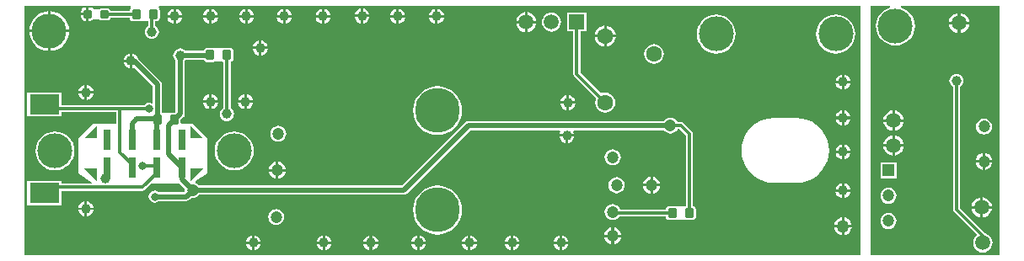
<source format=gtl>
G04 Layer_Physical_Order=1*
G04 Layer_Color=255*
%FSLAX42Y42*%
%MOMM*%
G71*
G01*
G75*
G04:AMPARAMS|DCode=10|XSize=1mm|YSize=0.9mm|CornerRadius=0.11mm|HoleSize=0mm|Usage=FLASHONLY|Rotation=90.000|XOffset=0mm|YOffset=0mm|HoleType=Round|Shape=RoundedRectangle|*
%AMROUNDEDRECTD10*
21,1,1.00,0.68,0,0,90.0*
21,1,0.78,0.90,0,0,90.0*
1,1,0.23,0.34,0.39*
1,1,0.23,0.34,-0.39*
1,1,0.23,-0.34,-0.39*
1,1,0.23,-0.34,0.39*
%
%ADD10ROUNDEDRECTD10*%
%ADD11R,3.00X2.00*%
%ADD12R,0.80X2.00*%
G04:AMPARAMS|DCode=13|XSize=0.8mm|YSize=0.8mm|CornerRadius=0.1mm|HoleSize=0mm|Usage=FLASHONLY|Rotation=180.000|XOffset=0mm|YOffset=0mm|HoleType=Round|Shape=RoundedRectangle|*
%AMROUNDEDRECTD13*
21,1,0.80,0.60,0,0,180.0*
21,1,0.60,0.80,0,0,180.0*
1,1,0.20,-0.30,0.30*
1,1,0.20,0.30,0.30*
1,1,0.20,0.30,-0.30*
1,1,0.20,-0.30,-0.30*
%
%ADD13ROUNDEDRECTD13*%
%ADD14C,0.30*%
%ADD15C,0.50*%
%ADD16C,1.20*%
%ADD17C,4.50*%
%ADD18C,3.50*%
%ADD19C,1.60*%
%ADD20C,1.50*%
%ADD21R,1.50X1.50*%
%ADD22R,1.20X1.20*%
%ADD23C,1.52*%
%ADD24C,1.00*%
%ADD25C,1.27*%
%ADD26C,0.80*%
G36*
X8450Y160D02*
Y50D01*
X8300Y50D01*
X50D01*
Y2550D01*
X1119D01*
X1120Y2548D01*
X1119Y2531D01*
X1112Y2521D01*
X1109Y2509D01*
Y2506D01*
X914D01*
X913Y2512D01*
X907Y2522D01*
X897Y2528D01*
X885Y2531D01*
X825D01*
X813Y2528D01*
X803Y2522D01*
X802Y2520D01*
X744D01*
X741Y2526D01*
X729Y2533D01*
X715Y2536D01*
X698D01*
Y2470D01*
Y2404D01*
X715D01*
X729Y2407D01*
X741Y2414D01*
X744Y2420D01*
X802D01*
X803Y2418D01*
X813Y2412D01*
X825Y2409D01*
X885D01*
X897Y2412D01*
X907Y2418D01*
X913Y2428D01*
X914Y2434D01*
X1109D01*
Y2431D01*
X1112Y2419D01*
X1119Y2409D01*
X1129Y2402D01*
X1141Y2399D01*
X1209D01*
X1219Y2401D01*
X1220Y2400D01*
X1294D01*
Y2351D01*
X1280Y2340D01*
X1269Y2325D01*
X1262Y2308D01*
X1259Y2290D01*
X1262Y2272D01*
X1269Y2255D01*
X1280Y2240D01*
X1295Y2229D01*
X1312Y2222D01*
X1330Y2219D01*
X1348Y2222D01*
X1365Y2229D01*
X1380Y2240D01*
X1391Y2255D01*
X1398Y2272D01*
X1401Y2290D01*
X1398Y2308D01*
X1391Y2325D01*
X1380Y2340D01*
X1366Y2351D01*
Y2399D01*
X1379D01*
X1391Y2402D01*
X1401Y2409D01*
X1408Y2419D01*
X1411Y2431D01*
Y2509D01*
X1408Y2521D01*
X1401Y2531D01*
X1400Y2548D01*
X1401Y2550D01*
X8450Y2550D01*
X8450Y160D01*
D02*
G37*
G36*
X9850Y50D02*
X8550D01*
Y2550D01*
X8744D01*
X8746Y2537D01*
X8725Y2531D01*
X8691Y2513D01*
X8661Y2489D01*
X8637Y2459D01*
X8619Y2425D01*
X8608Y2388D01*
X8604Y2350D01*
X8608Y2312D01*
X8619Y2275D01*
X8637Y2241D01*
X8661Y2211D01*
X8691Y2187D01*
X8725Y2169D01*
X8762Y2158D01*
X8800Y2154D01*
X8838Y2158D01*
X8875Y2169D01*
X8909Y2187D01*
X8939Y2211D01*
X8963Y2241D01*
X8981Y2275D01*
X8992Y2312D01*
X8996Y2350D01*
X8992Y2388D01*
X8981Y2425D01*
X8963Y2459D01*
X8939Y2489D01*
X8909Y2513D01*
X8875Y2531D01*
X8854Y2537D01*
X8856Y2550D01*
X9850D01*
Y50D01*
D02*
G37*
%LPC*%
G36*
X672Y2536D02*
X655D01*
X641Y2533D01*
X629Y2526D01*
X622Y2514D01*
X619Y2500D01*
Y2483D01*
X672D01*
Y2536D01*
D02*
G37*
G36*
X3455Y2527D02*
Y2465D01*
X3517D01*
X3516Y2472D01*
X3509Y2491D01*
X3496Y2506D01*
X3481Y2519D01*
X3462Y2526D01*
X3455Y2527D01*
D02*
G37*
G36*
X3430D02*
X3423Y2526D01*
X3405Y2519D01*
X3389Y2506D01*
X3377Y2491D01*
X3369Y2472D01*
X3368Y2465D01*
X3430D01*
Y2527D01*
D02*
G37*
G36*
X4203Y2524D02*
Y2463D01*
X4264D01*
X4263Y2470D01*
X4256Y2488D01*
X4244Y2504D01*
X4228Y2516D01*
X4210Y2523D01*
X4203Y2524D01*
D02*
G37*
G36*
X4177D02*
X4170Y2523D01*
X4152Y2516D01*
X4136Y2504D01*
X4124Y2488D01*
X4117Y2470D01*
X4116Y2463D01*
X4177D01*
Y2524D01*
D02*
G37*
G36*
X3813D02*
Y2463D01*
X3874D01*
X3873Y2470D01*
X3866Y2488D01*
X3854Y2504D01*
X3838Y2516D01*
X3820Y2523D01*
X3813Y2524D01*
D02*
G37*
G36*
X3787D02*
X3780Y2523D01*
X3762Y2516D01*
X3746Y2504D01*
X3734Y2488D01*
X3727Y2470D01*
X3726Y2463D01*
X3787D01*
Y2524D01*
D02*
G37*
G36*
X3063D02*
Y2463D01*
X3124D01*
X3123Y2470D01*
X3116Y2488D01*
X3104Y2504D01*
X3088Y2516D01*
X3070Y2523D01*
X3063Y2524D01*
D02*
G37*
G36*
X3037D02*
X3030Y2523D01*
X3012Y2516D01*
X2996Y2504D01*
X2984Y2488D01*
X2977Y2470D01*
X2976Y2463D01*
X3037D01*
Y2524D01*
D02*
G37*
G36*
X2673D02*
Y2463D01*
X2734D01*
X2733Y2470D01*
X2726Y2488D01*
X2714Y2504D01*
X2698Y2516D01*
X2680Y2523D01*
X2673Y2524D01*
D02*
G37*
G36*
X2647D02*
X2640Y2523D01*
X2622Y2516D01*
X2606Y2504D01*
X2594Y2488D01*
X2587Y2470D01*
X2586Y2463D01*
X2647D01*
Y2524D01*
D02*
G37*
G36*
X2293D02*
Y2463D01*
X2354D01*
X2353Y2470D01*
X2346Y2488D01*
X2334Y2504D01*
X2318Y2516D01*
X2300Y2523D01*
X2293Y2524D01*
D02*
G37*
G36*
X2267D02*
X2260Y2523D01*
X2242Y2516D01*
X2226Y2504D01*
X2214Y2488D01*
X2207Y2470D01*
X2206Y2463D01*
X2267D01*
Y2524D01*
D02*
G37*
G36*
X1933D02*
Y2463D01*
X1994D01*
X1993Y2470D01*
X1986Y2488D01*
X1974Y2504D01*
X1958Y2516D01*
X1940Y2523D01*
X1933Y2524D01*
D02*
G37*
G36*
X1907D02*
X1900Y2523D01*
X1882Y2516D01*
X1866Y2504D01*
X1854Y2488D01*
X1847Y2470D01*
X1846Y2463D01*
X1907D01*
Y2524D01*
D02*
G37*
G36*
X1573D02*
Y2463D01*
X1634D01*
X1633Y2470D01*
X1626Y2488D01*
X1614Y2504D01*
X1598Y2516D01*
X1580Y2523D01*
X1573Y2524D01*
D02*
G37*
G36*
X1547D02*
X1540Y2523D01*
X1522Y2516D01*
X1506Y2504D01*
X1494Y2488D01*
X1487Y2470D01*
X1486Y2463D01*
X1547D01*
Y2524D01*
D02*
G37*
G36*
X672Y2457D02*
X619D01*
Y2440D01*
X622Y2426D01*
X629Y2414D01*
X641Y2407D01*
X655Y2404D01*
X672D01*
Y2457D01*
D02*
G37*
G36*
X5105Y2490D02*
Y2403D01*
X5192D01*
X5190Y2416D01*
X5180Y2441D01*
X5164Y2462D01*
X5143Y2478D01*
X5118Y2488D01*
X5105Y2490D01*
D02*
G37*
G36*
X5079Y2490D02*
X5066Y2488D01*
X5041Y2478D01*
X5020Y2462D01*
X5004Y2441D01*
X4994Y2416D01*
X4992Y2403D01*
X5079D01*
Y2490D01*
D02*
G37*
G36*
X3517Y2440D02*
X3455D01*
Y2378D01*
X3462Y2379D01*
X3481Y2387D01*
X3496Y2399D01*
X3509Y2415D01*
X3516Y2433D01*
X3517Y2440D01*
D02*
G37*
G36*
X3430D02*
X3368D01*
X3369Y2433D01*
X3377Y2415D01*
X3389Y2399D01*
X3405Y2387D01*
X3423Y2379D01*
X3430Y2378D01*
Y2440D01*
D02*
G37*
G36*
X4264Y2437D02*
X4203D01*
Y2376D01*
X4210Y2377D01*
X4228Y2384D01*
X4244Y2396D01*
X4256Y2412D01*
X4263Y2430D01*
X4264Y2437D01*
D02*
G37*
G36*
X4177D02*
X4116D01*
X4117Y2430D01*
X4124Y2412D01*
X4136Y2396D01*
X4152Y2384D01*
X4170Y2377D01*
X4177Y2376D01*
Y2437D01*
D02*
G37*
G36*
X3874D02*
X3813D01*
Y2376D01*
X3820Y2377D01*
X3838Y2384D01*
X3854Y2396D01*
X3866Y2412D01*
X3873Y2430D01*
X3874Y2437D01*
D02*
G37*
G36*
X3787D02*
X3726D01*
X3727Y2430D01*
X3734Y2412D01*
X3746Y2396D01*
X3762Y2384D01*
X3780Y2377D01*
X3787Y2376D01*
Y2437D01*
D02*
G37*
G36*
X3124D02*
X3063D01*
Y2376D01*
X3070Y2377D01*
X3088Y2384D01*
X3104Y2396D01*
X3116Y2412D01*
X3123Y2430D01*
X3124Y2437D01*
D02*
G37*
G36*
X3037D02*
X2976D01*
X2977Y2430D01*
X2984Y2412D01*
X2996Y2396D01*
X3012Y2384D01*
X3030Y2377D01*
X3037Y2376D01*
Y2437D01*
D02*
G37*
G36*
X2734D02*
X2673D01*
Y2376D01*
X2680Y2377D01*
X2698Y2384D01*
X2714Y2396D01*
X2726Y2412D01*
X2733Y2430D01*
X2734Y2437D01*
D02*
G37*
G36*
X2647D02*
X2586D01*
X2587Y2430D01*
X2594Y2412D01*
X2606Y2396D01*
X2622Y2384D01*
X2640Y2377D01*
X2647Y2376D01*
Y2437D01*
D02*
G37*
G36*
X2354D02*
X2293D01*
Y2376D01*
X2300Y2377D01*
X2318Y2384D01*
X2334Y2396D01*
X2346Y2412D01*
X2353Y2430D01*
X2354Y2437D01*
D02*
G37*
G36*
X2267D02*
X2206D01*
X2207Y2430D01*
X2214Y2412D01*
X2226Y2396D01*
X2242Y2384D01*
X2260Y2377D01*
X2267Y2376D01*
Y2437D01*
D02*
G37*
G36*
X1994D02*
X1933D01*
Y2376D01*
X1940Y2377D01*
X1958Y2384D01*
X1974Y2396D01*
X1986Y2412D01*
X1993Y2430D01*
X1994Y2437D01*
D02*
G37*
G36*
X1907D02*
X1846D01*
X1847Y2430D01*
X1854Y2412D01*
X1866Y2396D01*
X1882Y2384D01*
X1900Y2377D01*
X1907Y2376D01*
Y2437D01*
D02*
G37*
G36*
X1634D02*
X1573D01*
Y2376D01*
X1580Y2377D01*
X1598Y2384D01*
X1614Y2396D01*
X1626Y2412D01*
X1633Y2430D01*
X1634Y2437D01*
D02*
G37*
G36*
X1547D02*
X1486D01*
X1487Y2430D01*
X1494Y2412D01*
X1506Y2396D01*
X1522Y2384D01*
X1540Y2377D01*
X1547Y2376D01*
Y2437D01*
D02*
G37*
G36*
X313Y2500D02*
Y2313D01*
X500D01*
X498Y2339D01*
X486Y2377D01*
X467Y2412D01*
X442Y2442D01*
X412Y2467D01*
X377Y2486D01*
X339Y2497D01*
X313Y2500D01*
D02*
G37*
G36*
X287D02*
X261Y2497D01*
X223Y2486D01*
X188Y2467D01*
X158Y2442D01*
X133Y2412D01*
X114Y2377D01*
X103Y2339D01*
X100Y2313D01*
X287D01*
Y2500D01*
D02*
G37*
G36*
X5346Y2486D02*
X5321Y2483D01*
X5298Y2473D01*
X5278Y2458D01*
X5263Y2438D01*
X5253Y2415D01*
X5250Y2390D01*
X5253Y2365D01*
X5263Y2342D01*
X5278Y2322D01*
X5298Y2307D01*
X5321Y2297D01*
X5346Y2294D01*
X5371Y2297D01*
X5394Y2307D01*
X5414Y2322D01*
X5429Y2342D01*
X5439Y2365D01*
X5442Y2390D01*
X5439Y2415D01*
X5429Y2438D01*
X5414Y2458D01*
X5394Y2473D01*
X5371Y2483D01*
X5346Y2486D01*
D02*
G37*
G36*
X5192Y2377D02*
X5105D01*
Y2290D01*
X5118Y2292D01*
X5143Y2302D01*
X5164Y2318D01*
X5180Y2339D01*
X5190Y2364D01*
X5192Y2377D01*
D02*
G37*
G36*
X5079D02*
X4992D01*
X4994Y2364D01*
X5004Y2339D01*
X5020Y2318D01*
X5041Y2302D01*
X5066Y2292D01*
X5079Y2290D01*
Y2377D01*
D02*
G37*
G36*
X5898Y2355D02*
Y2263D01*
X5990D01*
X5988Y2278D01*
X5977Y2303D01*
X5960Y2325D01*
X5938Y2342D01*
X5913Y2353D01*
X5898Y2355D01*
D02*
G37*
G36*
X5872Y2355D02*
X5857Y2353D01*
X5832Y2342D01*
X5810Y2325D01*
X5793Y2303D01*
X5782Y2278D01*
X5780Y2263D01*
X5872D01*
Y2355D01*
D02*
G37*
G36*
Y2237D02*
X5780D01*
X5782Y2222D01*
X5793Y2197D01*
X5810Y2175D01*
X5832Y2158D01*
X5857Y2147D01*
X5872Y2145D01*
Y2237D01*
D02*
G37*
G36*
X5990D02*
X5898D01*
Y2145D01*
X5913Y2147D01*
X5938Y2158D01*
X5960Y2175D01*
X5977Y2197D01*
X5988Y2222D01*
X5990Y2237D01*
D02*
G37*
G36*
X2433Y2204D02*
Y2143D01*
X2494D01*
X2493Y2150D01*
X2486Y2168D01*
X2474Y2184D01*
X2458Y2196D01*
X2440Y2203D01*
X2433Y2204D01*
D02*
G37*
G36*
X2407D02*
X2400Y2203D01*
X2382Y2196D01*
X2366Y2184D01*
X2354Y2168D01*
X2347Y2150D01*
X2346Y2143D01*
X2407D01*
Y2204D01*
D02*
G37*
G36*
X2119Y2131D02*
X2051D01*
X2041Y2129D01*
X2040Y2130D01*
X1960D01*
X1959Y2129D01*
X1949Y2131D01*
X1881D01*
X1869Y2128D01*
X1859Y2121D01*
X1852Y2111D01*
X1850Y2101D01*
X1668D01*
X1665Y2105D01*
X1650Y2116D01*
X1633Y2123D01*
X1615Y2126D01*
X1597Y2123D01*
X1580Y2116D01*
X1565Y2105D01*
X1554Y2090D01*
X1547Y2073D01*
X1544Y2055D01*
X1547Y2037D01*
X1554Y2020D01*
X1565Y2005D01*
X1569Y2002D01*
Y1484D01*
X1566Y1481D01*
X1521D01*
X1511Y1479D01*
X1510Y1480D01*
X1438D01*
X1433Y1483D01*
X1431Y1484D01*
Y1765D01*
X1427Y1783D01*
X1417Y1797D01*
X1192Y2023D01*
X1186Y2038D01*
X1174Y2054D01*
X1158Y2066D01*
X1140Y2073D01*
X1133Y2074D01*
Y2000D01*
Y1926D01*
X1140Y1927D01*
X1153Y1932D01*
X1339Y1746D01*
Y1579D01*
X1328Y1574D01*
X1323Y1577D01*
X1300Y1581D01*
X1277Y1577D01*
X1257Y1563D01*
X1252Y1556D01*
X420D01*
Y1680D01*
X80D01*
Y1440D01*
X420D01*
Y1484D01*
X974D01*
Y1371D01*
X740Y1371D01*
X593Y1218D01*
Y872D01*
X728Y778D01*
X724Y766D01*
X420D01*
Y790D01*
X80D01*
Y550D01*
X420D01*
Y694D01*
X1240D01*
X1254Y697D01*
X1265Y705D01*
X1330Y770D01*
X1605Y770D01*
X1661Y714D01*
X1659Y700D01*
X1660Y692D01*
X1651Y681D01*
X1399D01*
X1383Y692D01*
X1360Y696D01*
X1337Y692D01*
X1317Y678D01*
X1303Y658D01*
X1299Y635D01*
X1303Y612D01*
X1317Y592D01*
X1337Y578D01*
X1360Y574D01*
X1383Y578D01*
X1399Y589D01*
X1675D01*
X1693Y593D01*
X1707Y603D01*
X1726Y621D01*
X1740Y619D01*
X1761Y622D01*
X1780Y630D01*
X1797Y643D01*
X1806Y654D01*
X3860D01*
X3878Y658D01*
X3892Y668D01*
X4529Y1304D01*
X5430D01*
X5437Y1291D01*
X5434Y1288D01*
X5427Y1270D01*
X5426Y1263D01*
X5574D01*
X5573Y1270D01*
X5566Y1288D01*
X5563Y1291D01*
X5570Y1304D01*
X6474D01*
X6483Y1293D01*
X6500Y1280D01*
X6519Y1272D01*
X6540Y1269D01*
X6561Y1272D01*
X6580Y1280D01*
X6597Y1293D01*
X6610Y1310D01*
X6612Y1314D01*
X6630D01*
X6694Y1250D01*
Y549D01*
X6685Y540D01*
X6605D01*
X6604Y539D01*
X6594Y541D01*
X6526D01*
X6514Y538D01*
X6504Y531D01*
X6497Y521D01*
X6494Y509D01*
Y506D01*
X6036D01*
X6030Y520D01*
X6017Y537D01*
X6000Y550D01*
X5981Y558D01*
X5960Y561D01*
X5939Y558D01*
X5920Y550D01*
X5903Y537D01*
X5890Y520D01*
X5882Y501D01*
X5879Y480D01*
X5882Y459D01*
X5890Y440D01*
X5903Y423D01*
X5920Y410D01*
X5939Y402D01*
X5960Y399D01*
X5981Y402D01*
X6000Y410D01*
X6017Y423D01*
X6026Y434D01*
X6494D01*
Y431D01*
X6497Y419D01*
X6504Y409D01*
X6514Y402D01*
X6526Y399D01*
X6594D01*
X6604Y401D01*
X6605Y400D01*
X6685D01*
X6686Y401D01*
X6696Y399D01*
X6764D01*
X6776Y402D01*
X6786Y409D01*
X6793Y419D01*
X6796Y431D01*
Y509D01*
X6793Y521D01*
X6786Y531D01*
X6776Y538D01*
X6766Y540D01*
Y1265D01*
X6763Y1279D01*
X6755Y1290D01*
X6670Y1375D01*
X6659Y1383D01*
X6645Y1386D01*
X6612D01*
X6610Y1390D01*
X6597Y1407D01*
X6580Y1420D01*
X6561Y1428D01*
X6540Y1431D01*
X6519Y1428D01*
X6500Y1420D01*
X6483Y1407D01*
X6474Y1396D01*
X4510D01*
X4492Y1392D01*
X4478Y1382D01*
X3841Y746D01*
X1806D01*
X1797Y757D01*
X1780Y770D01*
X1769Y775D01*
X1767Y789D01*
X1887Y872D01*
X1887Y1221D01*
X1737Y1371D01*
X1633Y1371D01*
X1621Y1383D01*
Y1406D01*
X1647Y1433D01*
X1657Y1447D01*
X1661Y1465D01*
Y2002D01*
X1665Y2005D01*
X1668Y2009D01*
X1852D01*
X1852Y2009D01*
X1859Y1999D01*
X1869Y1992D01*
X1881Y1989D01*
X1949D01*
X1959Y1991D01*
X1960Y1990D01*
X2040D01*
X2049Y1981D01*
Y1526D01*
X2035Y1515D01*
X2024Y1500D01*
X2017Y1483D01*
X2014Y1465D01*
X2017Y1447D01*
X2024Y1430D01*
X2035Y1415D01*
X2050Y1404D01*
X2067Y1397D01*
X2085Y1394D01*
X2103Y1397D01*
X2120Y1404D01*
X2135Y1415D01*
X2146Y1430D01*
X2153Y1447D01*
X2156Y1465D01*
X2153Y1483D01*
X2146Y1500D01*
X2135Y1515D01*
X2121Y1526D01*
Y1990D01*
X2131Y1992D01*
X2141Y1999D01*
X2148Y2009D01*
X2151Y2021D01*
Y2099D01*
X2148Y2111D01*
X2141Y2121D01*
X2131Y2128D01*
X2119Y2131D01*
D02*
G37*
G36*
X500Y2287D02*
X313D01*
Y2100D01*
X339Y2102D01*
X377Y2114D01*
X412Y2133D01*
X442Y2158D01*
X467Y2188D01*
X486Y2223D01*
X498Y2261D01*
X500Y2287D01*
D02*
G37*
G36*
X287D02*
X100D01*
X103Y2261D01*
X114Y2223D01*
X133Y2188D01*
X158Y2158D01*
X188Y2133D01*
X223Y2114D01*
X261Y2102D01*
X287Y2100D01*
Y2287D01*
D02*
G37*
G36*
X8200Y2466D02*
X8162Y2462D01*
X8125Y2451D01*
X8091Y2433D01*
X8061Y2409D01*
X8037Y2379D01*
X8019Y2345D01*
X8008Y2308D01*
X8004Y2270D01*
X8008Y2232D01*
X8019Y2195D01*
X8037Y2161D01*
X8061Y2131D01*
X8091Y2107D01*
X8125Y2089D01*
X8162Y2078D01*
X8200Y2074D01*
X8238Y2078D01*
X8275Y2089D01*
X8309Y2107D01*
X8339Y2131D01*
X8363Y2161D01*
X8381Y2195D01*
X8392Y2232D01*
X8396Y2270D01*
X8392Y2308D01*
X8381Y2345D01*
X8363Y2379D01*
X8339Y2409D01*
X8309Y2433D01*
X8275Y2451D01*
X8238Y2462D01*
X8200Y2466D01*
D02*
G37*
G36*
X7000D02*
X6962Y2462D01*
X6925Y2451D01*
X6891Y2433D01*
X6861Y2409D01*
X6837Y2379D01*
X6819Y2345D01*
X6808Y2308D01*
X6804Y2270D01*
X6808Y2232D01*
X6819Y2195D01*
X6837Y2161D01*
X6861Y2131D01*
X6891Y2107D01*
X6925Y2089D01*
X6962Y2078D01*
X7000Y2074D01*
X7038Y2078D01*
X7075Y2089D01*
X7109Y2107D01*
X7139Y2131D01*
X7163Y2161D01*
X7181Y2195D01*
X7192Y2232D01*
X7196Y2270D01*
X7192Y2308D01*
X7181Y2345D01*
X7163Y2379D01*
X7139Y2409D01*
X7109Y2433D01*
X7075Y2451D01*
X7038Y2462D01*
X7000Y2466D01*
D02*
G37*
G36*
X2494Y2117D02*
X2433D01*
Y2056D01*
X2440Y2057D01*
X2458Y2064D01*
X2474Y2076D01*
X2486Y2092D01*
X2493Y2110D01*
X2494Y2117D01*
D02*
G37*
G36*
X2407D02*
X2346D01*
X2347Y2110D01*
X2354Y2092D01*
X2366Y2076D01*
X2382Y2064D01*
X2400Y2057D01*
X2407Y2056D01*
Y2117D01*
D02*
G37*
G36*
X1107Y2074D02*
X1100Y2073D01*
X1082Y2066D01*
X1066Y2054D01*
X1054Y2038D01*
X1047Y2020D01*
X1046Y2013D01*
X1107D01*
Y2074D01*
D02*
G37*
G36*
X6375Y2171D02*
X6349Y2167D01*
X6325Y2157D01*
X6304Y2141D01*
X6288Y2120D01*
X6278Y2096D01*
X6274Y2070D01*
X6278Y2044D01*
X6288Y2020D01*
X6304Y1999D01*
X6325Y1983D01*
X6349Y1973D01*
X6375Y1969D01*
X6401Y1973D01*
X6425Y1983D01*
X6446Y1999D01*
X6462Y2020D01*
X6472Y2044D01*
X6476Y2070D01*
X6472Y2096D01*
X6462Y2120D01*
X6446Y2141D01*
X6425Y2157D01*
X6401Y2167D01*
X6375Y2171D01*
D02*
G37*
G36*
X1107Y1987D02*
X1046D01*
X1047Y1980D01*
X1054Y1962D01*
X1066Y1946D01*
X1082Y1934D01*
X1100Y1927D01*
X1107Y1926D01*
Y1987D01*
D02*
G37*
G36*
X8287Y1861D02*
Y1800D01*
X8348D01*
X8347Y1807D01*
X8340Y1825D01*
X8328Y1841D01*
X8312Y1853D01*
X8294Y1860D01*
X8287Y1861D01*
D02*
G37*
G36*
X8261D02*
X8254Y1860D01*
X8236Y1853D01*
X8220Y1841D01*
X8208Y1825D01*
X8200Y1807D01*
X8199Y1800D01*
X8261D01*
Y1861D01*
D02*
G37*
G36*
X8348Y1774D02*
X8287D01*
Y1713D01*
X8294Y1714D01*
X8312Y1721D01*
X8328Y1733D01*
X8340Y1749D01*
X8347Y1767D01*
X8348Y1774D01*
D02*
G37*
G36*
X8261D02*
X8199D01*
X8200Y1767D01*
X8208Y1749D01*
X8220Y1733D01*
X8236Y1721D01*
X8254Y1714D01*
X8261Y1713D01*
Y1774D01*
D02*
G37*
G36*
X680Y1757D02*
Y1695D01*
X742D01*
X741Y1702D01*
X733Y1721D01*
X721Y1736D01*
X705Y1749D01*
X687Y1756D01*
X680Y1757D01*
D02*
G37*
G36*
X655D02*
X648Y1756D01*
X629Y1749D01*
X614Y1736D01*
X601Y1721D01*
X594Y1702D01*
X593Y1695D01*
X655D01*
Y1757D01*
D02*
G37*
G36*
X742Y1670D02*
X680D01*
Y1608D01*
X687Y1609D01*
X705Y1617D01*
X721Y1629D01*
X733Y1645D01*
X741Y1663D01*
X742Y1670D01*
D02*
G37*
G36*
X655D02*
X593D01*
X594Y1663D01*
X601Y1645D01*
X614Y1629D01*
X629Y1617D01*
X648Y1609D01*
X655Y1608D01*
Y1670D01*
D02*
G37*
G36*
X2283Y1664D02*
Y1603D01*
X2344D01*
X2343Y1610D01*
X2336Y1628D01*
X2324Y1644D01*
X2308Y1656D01*
X2290Y1663D01*
X2283Y1664D01*
D02*
G37*
G36*
X2257D02*
X2250Y1663D01*
X2232Y1656D01*
X2216Y1644D01*
X2204Y1628D01*
X2197Y1610D01*
X2196Y1603D01*
X2257D01*
Y1664D01*
D02*
G37*
G36*
X1933D02*
Y1603D01*
X1994D01*
X1993Y1610D01*
X1986Y1628D01*
X1974Y1644D01*
X1958Y1656D01*
X1940Y1663D01*
X1933Y1664D01*
D02*
G37*
G36*
X1907D02*
X1900Y1663D01*
X1882Y1656D01*
X1866Y1644D01*
X1854Y1628D01*
X1847Y1610D01*
X1846Y1603D01*
X1907D01*
Y1664D01*
D02*
G37*
G36*
X5523Y1654D02*
Y1593D01*
X5584D01*
X5583Y1600D01*
X5576Y1618D01*
X5564Y1634D01*
X5548Y1646D01*
X5530Y1653D01*
X5523Y1654D01*
D02*
G37*
G36*
X5497D02*
X5490Y1653D01*
X5472Y1646D01*
X5456Y1634D01*
X5444Y1618D01*
X5437Y1600D01*
X5436Y1593D01*
X5497D01*
Y1654D01*
D02*
G37*
G36*
X2344Y1577D02*
X2283D01*
Y1516D01*
X2290Y1517D01*
X2308Y1524D01*
X2324Y1536D01*
X2336Y1552D01*
X2343Y1570D01*
X2344Y1577D01*
D02*
G37*
G36*
X2257D02*
X2196D01*
X2197Y1570D01*
X2204Y1552D01*
X2216Y1536D01*
X2232Y1524D01*
X2250Y1517D01*
X2257Y1516D01*
Y1577D01*
D02*
G37*
G36*
X1994D02*
X1933D01*
Y1516D01*
X1940Y1517D01*
X1958Y1524D01*
X1974Y1536D01*
X1986Y1552D01*
X1993Y1570D01*
X1994Y1577D01*
D02*
G37*
G36*
X1907D02*
X1846D01*
X1847Y1570D01*
X1854Y1552D01*
X1866Y1536D01*
X1882Y1524D01*
X1900Y1517D01*
X1907Y1516D01*
Y1577D01*
D02*
G37*
G36*
X5584Y1567D02*
X5523D01*
Y1506D01*
X5530Y1507D01*
X5548Y1514D01*
X5564Y1526D01*
X5576Y1542D01*
X5583Y1560D01*
X5584Y1567D01*
D02*
G37*
G36*
X5497D02*
X5436D01*
X5437Y1560D01*
X5444Y1542D01*
X5456Y1526D01*
X5472Y1514D01*
X5490Y1507D01*
X5497Y1506D01*
Y1567D01*
D02*
G37*
G36*
X5695Y2485D02*
X5505D01*
Y2295D01*
X5564D01*
Y1865D01*
X5567Y1851D01*
X5575Y1840D01*
X5794Y1621D01*
X5788Y1606D01*
X5784Y1580D01*
X5788Y1554D01*
X5798Y1530D01*
X5814Y1509D01*
X5835Y1493D01*
X5859Y1483D01*
X5885Y1479D01*
X5911Y1483D01*
X5935Y1493D01*
X5956Y1509D01*
X5972Y1530D01*
X5982Y1554D01*
X5986Y1580D01*
X5982Y1606D01*
X5972Y1630D01*
X5956Y1651D01*
X5935Y1667D01*
X5911Y1677D01*
X5885Y1681D01*
X5859Y1677D01*
X5844Y1671D01*
X5636Y1880D01*
Y2295D01*
X5695D01*
Y2485D01*
D02*
G37*
G36*
X8287Y1501D02*
Y1440D01*
X8348D01*
X8347Y1447D01*
X8340Y1465D01*
X8328Y1481D01*
X8312Y1493D01*
X8294Y1500D01*
X8287Y1501D01*
D02*
G37*
G36*
X8261D02*
X8254Y1500D01*
X8236Y1493D01*
X8220Y1481D01*
X8208Y1465D01*
X8200Y1447D01*
X8199Y1440D01*
X8261D01*
Y1501D01*
D02*
G37*
G36*
X8348Y1414D02*
X8287D01*
Y1353D01*
X8294Y1354D01*
X8312Y1361D01*
X8328Y1373D01*
X8340Y1389D01*
X8347Y1407D01*
X8348Y1414D01*
D02*
G37*
G36*
X8261D02*
X8199D01*
X8200Y1407D01*
X8208Y1389D01*
X8220Y1373D01*
X8236Y1361D01*
X8254Y1354D01*
X8261Y1353D01*
Y1414D01*
D02*
G37*
G36*
X4200Y1746D02*
X4152Y1741D01*
X4106Y1727D01*
X4063Y1705D01*
X4026Y1674D01*
X3995Y1637D01*
X3973Y1594D01*
X3959Y1548D01*
X3954Y1500D01*
X3959Y1452D01*
X3973Y1406D01*
X3995Y1363D01*
X4026Y1326D01*
X4063Y1295D01*
X4106Y1273D01*
X4152Y1259D01*
X4200Y1254D01*
X4248Y1259D01*
X4294Y1273D01*
X4337Y1295D01*
X4374Y1326D01*
X4405Y1363D01*
X4427Y1406D01*
X4441Y1452D01*
X4446Y1500D01*
X4441Y1548D01*
X4427Y1594D01*
X4405Y1637D01*
X4374Y1674D01*
X4337Y1705D01*
X4294Y1727D01*
X4248Y1741D01*
X4200Y1746D01*
D02*
G37*
G36*
X2600Y1348D02*
X2579Y1345D01*
X2560Y1337D01*
X2543Y1325D01*
X2530Y1308D01*
X2522Y1288D01*
X2519Y1268D01*
X2522Y1247D01*
X2530Y1227D01*
X2543Y1210D01*
X2560Y1198D01*
X2579Y1190D01*
X2600Y1187D01*
X2621Y1190D01*
X2640Y1198D01*
X2657Y1210D01*
X2670Y1227D01*
X2678Y1247D01*
X2681Y1268D01*
X2678Y1288D01*
X2670Y1308D01*
X2657Y1325D01*
X2640Y1337D01*
X2621Y1345D01*
X2600Y1348D01*
D02*
G37*
G36*
X5574Y1237D02*
X5513D01*
Y1176D01*
X5520Y1177D01*
X5538Y1184D01*
X5554Y1196D01*
X5566Y1212D01*
X5573Y1230D01*
X5574Y1237D01*
D02*
G37*
G36*
X5487D02*
X5426D01*
X5427Y1230D01*
X5434Y1212D01*
X5446Y1196D01*
X5462Y1184D01*
X5480Y1177D01*
X5487Y1176D01*
Y1237D01*
D02*
G37*
G36*
X8287Y1161D02*
Y1100D01*
X8348D01*
X8347Y1107D01*
X8340Y1125D01*
X8328Y1141D01*
X8312Y1153D01*
X8294Y1160D01*
X8287Y1161D01*
D02*
G37*
G36*
X8261D02*
X8254Y1160D01*
X8236Y1153D01*
X8220Y1141D01*
X8208Y1125D01*
X8200Y1107D01*
X8199Y1100D01*
X8261D01*
Y1161D01*
D02*
G37*
G36*
X8348Y1074D02*
X8287D01*
Y1013D01*
X8294Y1014D01*
X8312Y1021D01*
X8328Y1033D01*
X8340Y1049D01*
X8347Y1067D01*
X8348Y1074D01*
D02*
G37*
G36*
X8261D02*
X8199D01*
X8200Y1067D01*
X8208Y1049D01*
X8220Y1033D01*
X8236Y1021D01*
X8254Y1014D01*
X8261Y1013D01*
Y1074D01*
D02*
G37*
G36*
X5960Y1111D02*
X5939Y1108D01*
X5920Y1100D01*
X5903Y1087D01*
X5890Y1070D01*
X5882Y1051D01*
X5879Y1030D01*
X5882Y1009D01*
X5890Y990D01*
X5903Y973D01*
X5920Y960D01*
X5939Y952D01*
X5960Y949D01*
X5981Y952D01*
X6000Y960D01*
X6017Y973D01*
X6030Y990D01*
X6038Y1009D01*
X6041Y1030D01*
X6038Y1051D01*
X6030Y1070D01*
X6017Y1087D01*
X6000Y1100D01*
X5981Y1108D01*
X5960Y1111D01*
D02*
G37*
G36*
X2603Y984D02*
Y913D01*
X2674D01*
X2673Y922D01*
X2665Y943D01*
X2651Y961D01*
X2633Y975D01*
X2612Y983D01*
X2603Y984D01*
D02*
G37*
G36*
X2577Y984D02*
X2568Y983D01*
X2547Y975D01*
X2529Y961D01*
X2515Y943D01*
X2507Y922D01*
X2506Y913D01*
X2577D01*
Y984D01*
D02*
G37*
G36*
X2158Y1291D02*
X2119Y1287D01*
X2083Y1276D01*
X2049Y1258D01*
X2019Y1234D01*
X1995Y1204D01*
X1976Y1170D01*
X1965Y1133D01*
X1962Y1095D01*
X1965Y1057D01*
X1976Y1020D01*
X1995Y986D01*
X2019Y956D01*
X2049Y932D01*
X2083Y914D01*
X2119Y903D01*
X2158Y899D01*
X2196Y903D01*
X2232Y914D01*
X2266Y932D01*
X2296Y956D01*
X2320Y986D01*
X2339Y1020D01*
X2350Y1057D01*
X2353Y1095D01*
X2350Y1133D01*
X2339Y1170D01*
X2320Y1204D01*
X2296Y1234D01*
X2266Y1258D01*
X2232Y1276D01*
X2196Y1287D01*
X2158Y1291D01*
D02*
G37*
G36*
X358D02*
X319Y1287D01*
X283Y1276D01*
X249Y1258D01*
X219Y1234D01*
X195Y1204D01*
X176Y1170D01*
X165Y1133D01*
X162Y1095D01*
X165Y1057D01*
X176Y1020D01*
X195Y986D01*
X219Y956D01*
X249Y932D01*
X283Y914D01*
X319Y903D01*
X358Y899D01*
X396Y903D01*
X432Y914D01*
X466Y932D01*
X496Y956D01*
X520Y986D01*
X539Y1020D01*
X550Y1057D01*
X553Y1095D01*
X550Y1133D01*
X539Y1170D01*
X520Y1204D01*
X496Y1234D01*
X466Y1258D01*
X432Y1276D01*
X396Y1287D01*
X358Y1291D01*
D02*
G37*
G36*
X2577Y887D02*
X2506D01*
X2507Y878D01*
X2515Y857D01*
X2529Y839D01*
X2547Y825D01*
X2568Y817D01*
X2577Y816D01*
Y887D01*
D02*
G37*
G36*
X2674D02*
X2603D01*
Y816D01*
X2612Y817D01*
X2633Y825D01*
X2651Y839D01*
X2665Y857D01*
X2673Y878D01*
X2674Y887D01*
D02*
G37*
G36*
X7580Y1426D02*
X7529Y1422D01*
X7479Y1410D01*
X7432Y1390D01*
X7388Y1364D01*
X7349Y1331D01*
X7316Y1292D01*
X7290Y1248D01*
X7270Y1201D01*
X7258Y1151D01*
X7254Y1100D01*
X7258Y1049D01*
X7270Y999D01*
X7290Y952D01*
X7316Y908D01*
X7349Y869D01*
X7388Y836D01*
X7432Y810D01*
X7479Y790D01*
X7529Y778D01*
X7580Y774D01*
Y775D01*
X7582Y775D01*
X7802D01*
X7807Y774D01*
Y774D01*
X7858Y778D01*
X7907Y789D01*
X7955Y809D01*
X7998Y836D01*
X8037Y869D01*
X8070Y908D01*
X8097Y952D01*
X8117Y999D01*
X8129Y1049D01*
X8133Y1100D01*
X8129Y1151D01*
X8117Y1200D01*
X8097Y1248D01*
X8070Y1291D01*
X8037Y1330D01*
X7998Y1363D01*
X7955Y1390D01*
X7907Y1410D01*
X7858Y1422D01*
X7807Y1426D01*
Y1425D01*
X7580D01*
Y1426D01*
D02*
G37*
G36*
X6363Y834D02*
Y763D01*
X6434D01*
X6433Y772D01*
X6425Y793D01*
X6411Y811D01*
X6393Y825D01*
X6372Y833D01*
X6363Y834D01*
D02*
G37*
G36*
X6337D02*
X6328Y833D01*
X6307Y825D01*
X6289Y811D01*
X6275Y793D01*
X6267Y772D01*
X6266Y763D01*
X6337D01*
Y834D01*
D02*
G37*
G36*
X8287Y771D02*
Y710D01*
X8348D01*
X8347Y717D01*
X8340Y735D01*
X8328Y751D01*
X8312Y763D01*
X8294Y770D01*
X8287Y771D01*
D02*
G37*
G36*
X8261D02*
X8254Y770D01*
X8236Y763D01*
X8220Y751D01*
X8208Y735D01*
X8200Y717D01*
X8199Y710D01*
X8261D01*
Y771D01*
D02*
G37*
G36*
X6000Y831D02*
X5979Y828D01*
X5960Y820D01*
X5943Y807D01*
X5930Y790D01*
X5922Y771D01*
X5919Y750D01*
X5922Y729D01*
X5930Y710D01*
X5943Y693D01*
X5960Y680D01*
X5979Y672D01*
X6000Y669D01*
X6021Y672D01*
X6040Y680D01*
X6057Y693D01*
X6070Y710D01*
X6078Y729D01*
X6081Y750D01*
X6078Y771D01*
X6070Y790D01*
X6057Y807D01*
X6040Y820D01*
X6021Y828D01*
X6000Y831D01*
D02*
G37*
G36*
X6434Y737D02*
X6363D01*
Y666D01*
X6372Y667D01*
X6393Y675D01*
X6411Y689D01*
X6425Y707D01*
X6433Y728D01*
X6434Y737D01*
D02*
G37*
G36*
X6337D02*
X6266D01*
X6267Y728D01*
X6275Y707D01*
X6289Y689D01*
X6307Y675D01*
X6328Y667D01*
X6337Y666D01*
Y737D01*
D02*
G37*
G36*
X8348Y684D02*
X8287D01*
Y623D01*
X8294Y624D01*
X8312Y631D01*
X8328Y643D01*
X8340Y659D01*
X8347Y677D01*
X8348Y684D01*
D02*
G37*
G36*
X8261D02*
X8199D01*
X8200Y677D01*
X8208Y659D01*
X8220Y643D01*
X8236Y631D01*
X8254Y624D01*
X8261Y623D01*
Y684D01*
D02*
G37*
G36*
X680Y587D02*
Y525D01*
X742D01*
X741Y532D01*
X733Y551D01*
X721Y566D01*
X705Y579D01*
X687Y586D01*
X680Y587D01*
D02*
G37*
G36*
X655D02*
X648Y586D01*
X629Y579D01*
X614Y566D01*
X601Y551D01*
X594Y532D01*
X593Y525D01*
X655D01*
Y587D01*
D02*
G37*
G36*
X742Y500D02*
X680D01*
Y438D01*
X687Y439D01*
X705Y447D01*
X721Y459D01*
X733Y475D01*
X741Y493D01*
X742Y500D01*
D02*
G37*
G36*
X655D02*
X593D01*
X594Y493D01*
X601Y475D01*
X614Y459D01*
X629Y447D01*
X648Y439D01*
X655Y438D01*
Y500D01*
D02*
G37*
G36*
X8287Y425D02*
Y350D01*
X8362D01*
X8360Y360D01*
X8351Y382D01*
X8337Y400D01*
X8319Y415D01*
X8297Y424D01*
X8287Y425D01*
D02*
G37*
G36*
X8261D02*
X8251Y424D01*
X8229Y415D01*
X8210Y400D01*
X8196Y382D01*
X8187Y360D01*
X8186Y350D01*
X8261D01*
Y425D01*
D02*
G37*
G36*
X2580Y511D02*
X2559Y508D01*
X2540Y500D01*
X2523Y487D01*
X2510Y470D01*
X2502Y451D01*
X2499Y430D01*
X2502Y409D01*
X2510Y390D01*
X2523Y373D01*
X2540Y360D01*
X2559Y352D01*
X2580Y349D01*
X2601Y352D01*
X2620Y360D01*
X2637Y373D01*
X2650Y390D01*
X2658Y409D01*
X2661Y430D01*
X2658Y451D01*
X2650Y470D01*
X2637Y487D01*
X2620Y500D01*
X2601Y508D01*
X2580Y511D01*
D02*
G37*
G36*
X4200Y746D02*
X4152Y741D01*
X4106Y727D01*
X4063Y705D01*
X4026Y674D01*
X3995Y637D01*
X3973Y594D01*
X3959Y548D01*
X3954Y500D01*
X3959Y452D01*
X3973Y406D01*
X3995Y363D01*
X4026Y326D01*
X4063Y295D01*
X4106Y273D01*
X4152Y259D01*
X4200Y254D01*
X4248Y259D01*
X4294Y273D01*
X4337Y295D01*
X4374Y326D01*
X4405Y363D01*
X4427Y406D01*
X4441Y452D01*
X4446Y500D01*
X4441Y548D01*
X4427Y594D01*
X4405Y637D01*
X4374Y674D01*
X4337Y705D01*
X4294Y727D01*
X4248Y741D01*
X4200Y746D01*
D02*
G37*
G36*
X5973Y324D02*
Y253D01*
X6044D01*
X6043Y262D01*
X6035Y283D01*
X6021Y301D01*
X6003Y315D01*
X5982Y323D01*
X5973Y324D01*
D02*
G37*
G36*
X5947Y324D02*
X5938Y323D01*
X5917Y315D01*
X5899Y301D01*
X5885Y283D01*
X5877Y262D01*
X5876Y253D01*
X5947D01*
Y324D01*
D02*
G37*
G36*
X8362Y324D02*
X8287D01*
Y249D01*
X8297Y250D01*
X8319Y259D01*
X8337Y274D01*
X8351Y292D01*
X8360Y314D01*
X8362Y324D01*
D02*
G37*
G36*
X8261D02*
X8186D01*
X8187Y314D01*
X8196Y292D01*
X8210Y274D01*
X8229Y259D01*
X8251Y250D01*
X8261Y249D01*
Y324D01*
D02*
G37*
G36*
X5453Y244D02*
Y183D01*
X5514D01*
X5513Y190D01*
X5506Y208D01*
X5494Y224D01*
X5478Y236D01*
X5460Y243D01*
X5453Y244D01*
D02*
G37*
G36*
X5427D02*
X5420Y243D01*
X5402Y236D01*
X5386Y224D01*
X5374Y208D01*
X5367Y190D01*
X5366Y183D01*
X5427D01*
Y244D01*
D02*
G37*
G36*
X4963D02*
Y183D01*
X5024D01*
X5023Y190D01*
X5016Y208D01*
X5004Y224D01*
X4988Y236D01*
X4970Y243D01*
X4963Y244D01*
D02*
G37*
G36*
X4937D02*
X4930Y243D01*
X4912Y236D01*
X4896Y224D01*
X4884Y208D01*
X4877Y190D01*
X4876Y183D01*
X4937D01*
Y244D01*
D02*
G37*
G36*
X4533D02*
Y183D01*
X4594D01*
X4593Y190D01*
X4586Y208D01*
X4574Y224D01*
X4558Y236D01*
X4540Y243D01*
X4533Y244D01*
D02*
G37*
G36*
X4507D02*
X4500Y243D01*
X4482Y236D01*
X4466Y224D01*
X4454Y208D01*
X4447Y190D01*
X4446Y183D01*
X4507D01*
Y244D01*
D02*
G37*
G36*
X4023D02*
Y183D01*
X4084D01*
X4083Y190D01*
X4076Y208D01*
X4064Y224D01*
X4048Y236D01*
X4030Y243D01*
X4023Y244D01*
D02*
G37*
G36*
X3997D02*
X3990Y243D01*
X3972Y236D01*
X3956Y224D01*
X3944Y208D01*
X3937Y190D01*
X3936Y183D01*
X3997D01*
Y244D01*
D02*
G37*
G36*
X3543D02*
Y183D01*
X3604D01*
X3603Y190D01*
X3596Y208D01*
X3584Y224D01*
X3568Y236D01*
X3550Y243D01*
X3543Y244D01*
D02*
G37*
G36*
X3517D02*
X3510Y243D01*
X3492Y236D01*
X3476Y224D01*
X3464Y208D01*
X3457Y190D01*
X3456Y183D01*
X3517D01*
Y244D01*
D02*
G37*
G36*
X3073D02*
Y183D01*
X3134D01*
X3133Y190D01*
X3126Y208D01*
X3114Y224D01*
X3098Y236D01*
X3080Y243D01*
X3073Y244D01*
D02*
G37*
G36*
X3047D02*
X3040Y243D01*
X3022Y236D01*
X3006Y224D01*
X2994Y208D01*
X2987Y190D01*
X2986Y183D01*
X3047D01*
Y244D01*
D02*
G37*
G36*
X2363D02*
Y183D01*
X2424D01*
X2423Y190D01*
X2416Y208D01*
X2404Y224D01*
X2388Y236D01*
X2370Y243D01*
X2363Y244D01*
D02*
G37*
G36*
X2337D02*
X2330Y243D01*
X2312Y236D01*
X2296Y224D01*
X2284Y208D01*
X2277Y190D01*
X2276Y183D01*
X2337D01*
Y244D01*
D02*
G37*
G36*
X6044Y227D02*
X5973D01*
Y156D01*
X5982Y157D01*
X6003Y165D01*
X6021Y179D01*
X6035Y197D01*
X6043Y218D01*
X6044Y227D01*
D02*
G37*
G36*
X5947D02*
X5876D01*
X5877Y218D01*
X5885Y197D01*
X5899Y179D01*
X5917Y165D01*
X5938Y157D01*
X5947Y156D01*
Y227D01*
D02*
G37*
G36*
X5514Y157D02*
X5453D01*
Y96D01*
X5460Y97D01*
X5478Y104D01*
X5494Y116D01*
X5506Y132D01*
X5513Y150D01*
X5514Y157D01*
D02*
G37*
G36*
X5427D02*
X5366D01*
X5367Y150D01*
X5374Y132D01*
X5386Y116D01*
X5402Y104D01*
X5420Y97D01*
X5427Y96D01*
Y157D01*
D02*
G37*
G36*
X5024D02*
X4963D01*
Y96D01*
X4970Y97D01*
X4988Y104D01*
X5004Y116D01*
X5016Y132D01*
X5023Y150D01*
X5024Y157D01*
D02*
G37*
G36*
X4937D02*
X4876D01*
X4877Y150D01*
X4884Y132D01*
X4896Y116D01*
X4912Y104D01*
X4930Y97D01*
X4937Y96D01*
Y157D01*
D02*
G37*
G36*
X4594D02*
X4533D01*
Y96D01*
X4540Y97D01*
X4558Y104D01*
X4574Y116D01*
X4586Y132D01*
X4593Y150D01*
X4594Y157D01*
D02*
G37*
G36*
X4507D02*
X4446D01*
X4447Y150D01*
X4454Y132D01*
X4466Y116D01*
X4482Y104D01*
X4500Y97D01*
X4507Y96D01*
Y157D01*
D02*
G37*
G36*
X4084D02*
X4023D01*
Y96D01*
X4030Y97D01*
X4048Y104D01*
X4064Y116D01*
X4076Y132D01*
X4083Y150D01*
X4084Y157D01*
D02*
G37*
G36*
X3997D02*
X3936D01*
X3937Y150D01*
X3944Y132D01*
X3956Y116D01*
X3972Y104D01*
X3990Y97D01*
X3997Y96D01*
Y157D01*
D02*
G37*
G36*
X3604D02*
X3543D01*
Y96D01*
X3550Y97D01*
X3568Y104D01*
X3584Y116D01*
X3596Y132D01*
X3603Y150D01*
X3604Y157D01*
D02*
G37*
G36*
X3517D02*
X3456D01*
X3457Y150D01*
X3464Y132D01*
X3476Y116D01*
X3492Y104D01*
X3510Y97D01*
X3517Y96D01*
Y157D01*
D02*
G37*
G36*
X3134D02*
X3073D01*
Y96D01*
X3080Y97D01*
X3098Y104D01*
X3114Y116D01*
X3126Y132D01*
X3133Y150D01*
X3134Y157D01*
D02*
G37*
G36*
X3047D02*
X2986D01*
X2987Y150D01*
X2994Y132D01*
X3006Y116D01*
X3022Y104D01*
X3040Y97D01*
X3047Y96D01*
Y157D01*
D02*
G37*
G36*
X2424D02*
X2363D01*
Y96D01*
X2370Y97D01*
X2388Y104D01*
X2404Y116D01*
X2416Y132D01*
X2423Y150D01*
X2424Y157D01*
D02*
G37*
G36*
X2337D02*
X2276D01*
X2277Y150D01*
X2284Y132D01*
X2296Y116D01*
X2312Y104D01*
X2330Y97D01*
X2337Y96D01*
Y157D01*
D02*
G37*
%LPD*%
G36*
X1847Y1220D02*
X1720D01*
Y1347D01*
X1847Y1220D01*
D02*
G37*
G36*
X780D02*
X653D01*
X780Y1347D01*
Y1220D01*
D02*
G37*
G36*
X1720Y793D02*
Y920D01*
X1847D01*
X1720Y793D01*
D02*
G37*
G36*
X780D02*
X653Y920D01*
X780D01*
Y793D01*
D02*
G37*
%LPC*%
G36*
X9453Y2481D02*
Y2393D01*
X9541D01*
X9539Y2407D01*
X9529Y2431D01*
X9512Y2452D01*
X9491Y2469D01*
X9467Y2479D01*
X9453Y2481D01*
D02*
G37*
G36*
X9427D02*
X9413Y2479D01*
X9389Y2469D01*
X9368Y2452D01*
X9351Y2431D01*
X9341Y2407D01*
X9339Y2393D01*
X9427D01*
Y2481D01*
D02*
G37*
G36*
X9541Y2367D02*
X9453D01*
Y2279D01*
X9467Y2281D01*
X9491Y2291D01*
X9512Y2308D01*
X9529Y2329D01*
X9539Y2353D01*
X9541Y2367D01*
D02*
G37*
G36*
X9427D02*
X9339D01*
X9341Y2353D01*
X9351Y2329D01*
X9368Y2308D01*
X9389Y2291D01*
X9413Y2281D01*
X9427Y2279D01*
Y2367D01*
D02*
G37*
G36*
X8793Y1501D02*
Y1413D01*
X8881D01*
X8879Y1427D01*
X8869Y1451D01*
X8852Y1472D01*
X8831Y1489D01*
X8807Y1499D01*
X8793Y1501D01*
D02*
G37*
G36*
X8767D02*
X8753Y1499D01*
X8729Y1489D01*
X8708Y1472D01*
X8691Y1451D01*
X8681Y1427D01*
X8679Y1413D01*
X8767D01*
Y1501D01*
D02*
G37*
G36*
X8881Y1387D02*
X8793D01*
Y1299D01*
X8807Y1301D01*
X8831Y1311D01*
X8852Y1328D01*
X8869Y1349D01*
X8879Y1373D01*
X8881Y1387D01*
D02*
G37*
G36*
X8767D02*
X8679D01*
X8681Y1373D01*
X8691Y1349D01*
X8708Y1328D01*
X8729Y1311D01*
X8753Y1301D01*
X8767Y1299D01*
Y1387D01*
D02*
G37*
G36*
X9690Y1421D02*
X9669Y1418D01*
X9650Y1410D01*
X9633Y1397D01*
X9620Y1380D01*
X9612Y1361D01*
X9609Y1340D01*
X9612Y1319D01*
X9620Y1300D01*
X9633Y1283D01*
X9650Y1270D01*
X9669Y1262D01*
X9690Y1259D01*
X9711Y1262D01*
X9730Y1270D01*
X9747Y1283D01*
X9760Y1300D01*
X9768Y1319D01*
X9771Y1340D01*
X9768Y1361D01*
X9760Y1380D01*
X9747Y1397D01*
X9730Y1410D01*
X9711Y1418D01*
X9690Y1421D01*
D02*
G37*
G36*
X8793Y1251D02*
Y1163D01*
X8881D01*
X8879Y1177D01*
X8869Y1201D01*
X8852Y1222D01*
X8831Y1239D01*
X8807Y1249D01*
X8793Y1251D01*
D02*
G37*
G36*
X8767D02*
X8753Y1249D01*
X8729Y1239D01*
X8708Y1222D01*
X8691Y1201D01*
X8681Y1177D01*
X8679Y1163D01*
X8767D01*
Y1251D01*
D02*
G37*
G36*
X8881Y1137D02*
X8793D01*
Y1049D01*
X8807Y1051D01*
X8831Y1061D01*
X8852Y1078D01*
X8869Y1099D01*
X8879Y1123D01*
X8881Y1137D01*
D02*
G37*
G36*
X8767D02*
X8679D01*
X8681Y1123D01*
X8691Y1099D01*
X8708Y1078D01*
X8729Y1061D01*
X8753Y1051D01*
X8767Y1049D01*
Y1137D01*
D02*
G37*
G36*
X9703Y1074D02*
Y1003D01*
X9774D01*
X9773Y1012D01*
X9765Y1033D01*
X9751Y1051D01*
X9733Y1065D01*
X9712Y1073D01*
X9703Y1074D01*
D02*
G37*
G36*
X9677Y1074D02*
X9668Y1073D01*
X9647Y1065D01*
X9629Y1051D01*
X9615Y1033D01*
X9607Y1012D01*
X9606Y1003D01*
X9677D01*
Y1074D01*
D02*
G37*
G36*
X9774Y977D02*
X9703D01*
Y906D01*
X9712Y907D01*
X9733Y915D01*
X9751Y929D01*
X9765Y947D01*
X9773Y968D01*
X9774Y977D01*
D02*
G37*
G36*
X9677D02*
X9606D01*
X9607Y968D01*
X9615Y947D01*
X9629Y929D01*
X9647Y915D01*
X9668Y907D01*
X9677Y906D01*
Y977D01*
D02*
G37*
G36*
X8810Y978D02*
X8650D01*
Y818D01*
X8810D01*
Y978D01*
D02*
G37*
G36*
X8730Y725D02*
X8709Y722D01*
X8690Y714D01*
X8673Y701D01*
X8660Y684D01*
X8652Y665D01*
X8649Y644D01*
X8652Y623D01*
X8660Y604D01*
X8673Y587D01*
X8690Y574D01*
X8709Y566D01*
X8730Y563D01*
X8751Y566D01*
X8770Y574D01*
X8787Y587D01*
X8800Y604D01*
X8808Y623D01*
X8811Y644D01*
X8808Y665D01*
X8800Y684D01*
X8787Y701D01*
X8770Y714D01*
X8751Y722D01*
X8730Y725D01*
D02*
G37*
G36*
X9680Y628D02*
Y540D01*
X9768D01*
X9766Y554D01*
X9756Y579D01*
X9740Y600D01*
X9719Y616D01*
X9694Y626D01*
X9680Y628D01*
D02*
G37*
G36*
X9655D02*
X9641Y626D01*
X9616Y616D01*
X9595Y600D01*
X9579Y579D01*
X9568Y554D01*
X9566Y540D01*
X9655D01*
Y628D01*
D02*
G37*
G36*
X9768Y515D02*
X9680D01*
Y426D01*
X9694Y428D01*
X9719Y439D01*
X9740Y455D01*
X9756Y476D01*
X9766Y501D01*
X9768Y515D01*
D02*
G37*
G36*
X9655D02*
X9566D01*
X9568Y501D01*
X9579Y476D01*
X9595Y455D01*
X9616Y439D01*
X9641Y428D01*
X9655Y426D01*
Y515D01*
D02*
G37*
G36*
X8730Y471D02*
X8709Y468D01*
X8690Y460D01*
X8673Y447D01*
X8660Y430D01*
X8652Y411D01*
X8649Y390D01*
X8652Y369D01*
X8660Y350D01*
X8673Y333D01*
X8690Y320D01*
X8709Y312D01*
X8730Y309D01*
X8751Y312D01*
X8770Y320D01*
X8787Y333D01*
X8800Y350D01*
X8808Y369D01*
X8811Y390D01*
X8808Y411D01*
X8800Y430D01*
X8787Y447D01*
X8770Y460D01*
X8751Y468D01*
X8730Y471D01*
D02*
G37*
G36*
X9413Y1870D02*
X9395Y1868D01*
X9378Y1861D01*
X9363Y1850D01*
X9352Y1835D01*
X9345Y1818D01*
X9342Y1800D01*
X9345Y1781D01*
X9352Y1764D01*
X9363Y1750D01*
X9377Y1739D01*
Y508D01*
X9380Y494D01*
X9388Y483D01*
X9616Y254D01*
X9615Y241D01*
X9611Y239D01*
X9596Y219D01*
X9586Y195D01*
X9583Y170D01*
X9586Y145D01*
X9596Y121D01*
X9611Y101D01*
X9631Y86D01*
X9655Y76D01*
X9680Y73D01*
X9705Y76D01*
X9729Y86D01*
X9749Y101D01*
X9764Y121D01*
X9774Y145D01*
X9777Y170D01*
X9774Y195D01*
X9764Y219D01*
X9749Y239D01*
X9729Y254D01*
X9707Y263D01*
X9705Y266D01*
X9448Y523D01*
Y1739D01*
X9463Y1750D01*
X9474Y1764D01*
X9481Y1781D01*
X9483Y1800D01*
X9481Y1818D01*
X9474Y1835D01*
X9463Y1850D01*
X9448Y1861D01*
X9431Y1868D01*
X9413Y1870D01*
D02*
G37*
%LPD*%
D10*
X2085Y2060D02*
D03*
X1915D02*
D03*
X6560Y470D02*
D03*
X6730D02*
D03*
X1555Y1410D02*
D03*
X1385D02*
D03*
X1345Y2470D02*
D03*
X1175D02*
D03*
D11*
X250Y1560D02*
D03*
Y670D02*
D03*
D12*
X880Y930D02*
D03*
X1130D02*
D03*
X1380D02*
D03*
X1630D02*
D03*
Y1210D02*
D03*
X1380D02*
D03*
X1130D02*
D03*
X880D02*
D03*
D13*
X685Y2470D02*
D03*
X855D02*
D03*
D14*
X6645Y1350D02*
X6730Y1265D01*
Y470D02*
Y1265D01*
X5960Y480D02*
X5970Y470D01*
X6560D01*
X2085Y1465D02*
Y2060D01*
X6540Y1350D02*
X6645D01*
X1370Y940D02*
X1380Y930D01*
X1240Y940D02*
X1370D01*
X1330Y2455D02*
X1345Y2470D01*
X1330Y2290D02*
Y2455D01*
X1175Y2470D02*
X1175Y2470D01*
X855Y2470D02*
X1175D01*
X1380Y870D02*
Y930D01*
X1240Y730D02*
X1380Y870D01*
X260Y730D02*
X1240D01*
X5600Y1865D02*
Y2390D01*
Y1865D02*
X5885Y1580D01*
X1010Y1080D02*
X1130Y960D01*
Y930D02*
Y960D01*
X950Y1520D02*
X950Y1520D01*
X250Y1500D02*
X270Y1520D01*
X1300D01*
X1010Y1080D02*
Y1520D01*
X9413Y508D02*
Y1800D01*
Y508D02*
X9680Y241D01*
Y170D02*
Y241D01*
D15*
X1615Y2055D02*
X1910D01*
X1120Y2000D02*
X1150D01*
X1385Y1765D01*
Y1410D02*
Y1765D01*
X1180Y1415D02*
X1380D01*
Y1210D02*
Y1415D01*
X1500Y1060D02*
Y1350D01*
X1615Y1465D01*
Y2055D01*
X1130Y1365D02*
X1180Y1415D01*
X1130Y1210D02*
Y1365D01*
X4510Y1350D02*
X6540D01*
X3860Y700D02*
X4510Y1350D01*
X1740Y700D02*
X3860D01*
X1500Y1060D02*
X1630Y930D01*
X1675Y635D02*
X1740Y700D01*
X1360Y635D02*
X1675D01*
X1630Y810D02*
Y930D01*
Y810D02*
X1740Y700D01*
D16*
X5960Y1030D02*
D03*
X2580Y430D02*
D03*
X5960Y480D02*
D03*
X2590Y900D02*
D03*
X5960Y240D02*
D03*
X2600Y1268D02*
D03*
X6350Y750D02*
D03*
X6000D02*
D03*
X8730Y390D02*
D03*
Y644D02*
D03*
X9690Y990D02*
D03*
Y1340D02*
D03*
X6540Y1350D02*
D03*
X1740Y700D02*
D03*
D17*
X4200Y1500D02*
D03*
Y500D02*
D03*
D18*
X300Y2300D02*
D03*
X8200Y2270D02*
D03*
X7000D02*
D03*
X8800Y2350D02*
D03*
X2158Y1095D02*
D03*
X358D02*
D03*
D19*
X5885Y1580D02*
D03*
Y2250D02*
D03*
X6375Y2070D02*
D03*
D20*
X5092Y2390D02*
D03*
X5346D02*
D03*
D21*
X5600D02*
D03*
D22*
X8730Y898D02*
D03*
D23*
X9667Y527D02*
D03*
X9440Y2380D02*
D03*
X8780Y1400D02*
D03*
Y1150D02*
D03*
X9680Y170D02*
D03*
D24*
X2350D02*
D03*
X2420Y2130D02*
D03*
X2085Y1465D02*
D03*
X1120Y2000D02*
D03*
X1615Y2055D02*
D03*
X1560Y2450D02*
D03*
X1920D02*
D03*
X2280D02*
D03*
X2660D02*
D03*
X3050D02*
D03*
X4190D02*
D03*
X3800D02*
D03*
X3443Y2453D02*
D03*
X3060Y170D02*
D03*
X3530D02*
D03*
X4010D02*
D03*
X4520D02*
D03*
X4950D02*
D03*
X5440D02*
D03*
X8274Y697D02*
D03*
Y1087D02*
D03*
Y1427D02*
D03*
Y1787D02*
D03*
X1330Y2290D02*
D03*
X860Y820D02*
D03*
X5510Y1580D02*
D03*
X5500Y1250D02*
D03*
X1920Y1590D02*
D03*
X2270D02*
D03*
X667Y513D02*
D03*
Y1683D02*
D03*
X9413Y1800D02*
D03*
D25*
X8274Y337D02*
D03*
D26*
X1300Y1520D02*
D03*
X1240Y940D02*
D03*
X1360Y635D02*
D03*
M02*

</source>
